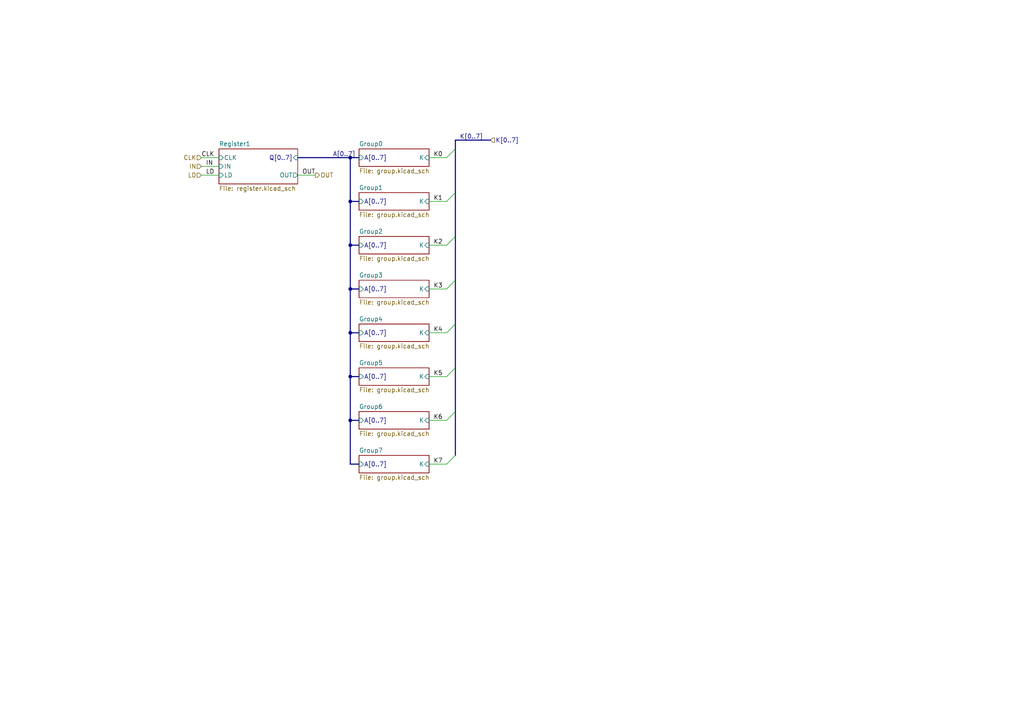
<source format=kicad_sch>
(kicad_sch
	(version 20231120)
	(generator "eeschema")
	(generator_version "8.0")
	(uuid "f79d38f9-9711-4e41-b80f-722e420eaa3e")
	(paper "A4")
	(lib_symbols)
	(junction
		(at 101.6 83.82)
		(diameter 0)
		(color 0 0 0 0)
		(uuid "16630f89-d841-4b66-aeb8-dd6ffe7b5987")
	)
	(junction
		(at 101.6 96.52)
		(diameter 0)
		(color 0 0 0 0)
		(uuid "346dffc5-48ae-4121-a867-7772cb98d5f9")
	)
	(junction
		(at 101.6 58.42)
		(diameter 0)
		(color 0 0 0 0)
		(uuid "40d678fb-2cf6-4e46-b568-4367b591467b")
	)
	(junction
		(at 101.6 121.92)
		(diameter 0)
		(color 0 0 0 0)
		(uuid "4b0c6468-53b1-4ea0-b28a-ae4fe68c1f2e")
	)
	(junction
		(at 101.6 109.22)
		(diameter 0)
		(color 0 0 0 0)
		(uuid "8178afc6-8af2-4404-9e95-c9aa37203420")
	)
	(junction
		(at 101.6 71.12)
		(diameter 0)
		(color 0 0 0 0)
		(uuid "81bd2ec3-9c46-4e51-b0d3-6aa2c7819741")
	)
	(junction
		(at 101.6 45.72)
		(diameter 0)
		(color 0 0 0 0)
		(uuid "b1978ca9-6388-4f09-bc8a-da26df096696")
	)
	(bus_entry
		(at 129.54 134.62)
		(size 2.54 -2.54)
		(stroke
			(width 0)
			(type default)
		)
		(uuid "11778279-9c70-45fe-b284-cb6f82475c60")
	)
	(bus_entry
		(at 129.54 45.72)
		(size 2.54 -2.54)
		(stroke
			(width 0)
			(type default)
		)
		(uuid "24e9b066-7774-49b6-a208-3bf7c51c30e5")
	)
	(bus_entry
		(at 129.54 71.12)
		(size 2.54 -2.54)
		(stroke
			(width 0)
			(type default)
		)
		(uuid "35812b06-9f85-4d63-b1e7-37d701d1a17c")
	)
	(bus_entry
		(at 129.54 109.22)
		(size 2.54 -2.54)
		(stroke
			(width 0)
			(type default)
		)
		(uuid "67f36744-03b7-422f-9c52-b4cece322197")
	)
	(bus_entry
		(at 129.54 58.42)
		(size 2.54 -2.54)
		(stroke
			(width 0)
			(type default)
		)
		(uuid "802ec604-595e-47f3-9b34-a6c717cc8577")
	)
	(bus_entry
		(at 129.54 83.82)
		(size 2.54 -2.54)
		(stroke
			(width 0)
			(type default)
		)
		(uuid "acfa8970-1cfe-4d53-9a8d-f2dab15e0c70")
	)
	(bus_entry
		(at 129.54 121.92)
		(size 2.54 -2.54)
		(stroke
			(width 0)
			(type default)
		)
		(uuid "c3f84b76-190a-4220-b224-6e4e4c9935a6")
	)
	(bus_entry
		(at 129.54 96.52)
		(size 2.54 -2.54)
		(stroke
			(width 0)
			(type default)
		)
		(uuid "c7a8a51b-cfeb-4837-809d-1c7ba633b580")
	)
	(bus
		(pts
			(xy 132.08 43.18) (xy 132.08 55.88)
		)
		(stroke
			(width 0)
			(type default)
		)
		(uuid "041bee32-35c4-4ea0-bff1-fc40942d7d28")
	)
	(bus
		(pts
			(xy 101.6 121.92) (xy 101.6 109.22)
		)
		(stroke
			(width 0)
			(type default)
		)
		(uuid "04773180-8ae2-4661-8de6-0b429b5f1c79")
	)
	(bus
		(pts
			(xy 101.6 71.12) (xy 101.6 58.42)
		)
		(stroke
			(width 0)
			(type default)
		)
		(uuid "1a869a92-6817-4d94-b414-b0f7f9a99785")
	)
	(bus
		(pts
			(xy 132.08 40.64) (xy 142.24 40.64)
		)
		(stroke
			(width 0)
			(type default)
		)
		(uuid "2bd5eede-6c5e-4931-a975-f86b48f454a9")
	)
	(wire
		(pts
			(xy 58.42 45.72) (xy 63.5 45.72)
		)
		(stroke
			(width 0)
			(type default)
		)
		(uuid "2e27668e-bdf4-41d3-847a-732a5c1f0871")
	)
	(bus
		(pts
			(xy 101.6 96.52) (xy 104.14 96.52)
		)
		(stroke
			(width 0)
			(type default)
		)
		(uuid "34a5fd9d-f80b-4231-899a-50a61fb93842")
	)
	(bus
		(pts
			(xy 132.08 93.98) (xy 132.08 106.68)
		)
		(stroke
			(width 0)
			(type default)
		)
		(uuid "400fa547-52d5-415a-b828-4fc6fa95d01d")
	)
	(bus
		(pts
			(xy 132.08 81.28) (xy 132.08 93.98)
		)
		(stroke
			(width 0)
			(type default)
		)
		(uuid "40966ff7-2175-4f0b-ac58-3d7c11ea74e0")
	)
	(wire
		(pts
			(xy 124.46 121.92) (xy 129.54 121.92)
		)
		(stroke
			(width 0)
			(type default)
		)
		(uuid "465f09fc-cd25-4f69-ac68-d1f08d3e2dbc")
	)
	(wire
		(pts
			(xy 86.36 50.8) (xy 91.44 50.8)
		)
		(stroke
			(width 0)
			(type default)
		)
		(uuid "469de00e-6885-4569-84a3-48c0e44474b7")
	)
	(bus
		(pts
			(xy 101.6 45.72) (xy 104.14 45.72)
		)
		(stroke
			(width 0)
			(type default)
		)
		(uuid "590fb567-b674-4d93-ad10-9f14fc6f66c5")
	)
	(wire
		(pts
			(xy 124.46 58.42) (xy 129.54 58.42)
		)
		(stroke
			(width 0)
			(type default)
		)
		(uuid "66249e4f-df16-4ab2-9517-0759d86581d2")
	)
	(bus
		(pts
			(xy 101.6 83.82) (xy 101.6 71.12)
		)
		(stroke
			(width 0)
			(type default)
		)
		(uuid "68f426a4-fb07-4cca-ad30-e8f5c5305c27")
	)
	(wire
		(pts
			(xy 124.46 71.12) (xy 129.54 71.12)
		)
		(stroke
			(width 0)
			(type default)
		)
		(uuid "6f0a9849-6c69-45cd-a588-8d127a6bb87d")
	)
	(wire
		(pts
			(xy 124.46 134.62) (xy 129.54 134.62)
		)
		(stroke
			(width 0)
			(type default)
		)
		(uuid "7125c202-a9dc-4de7-a873-86202fd2a3e6")
	)
	(bus
		(pts
			(xy 101.6 96.52) (xy 101.6 83.82)
		)
		(stroke
			(width 0)
			(type default)
		)
		(uuid "7ce76289-a5b6-4960-b105-2cf4fe14c8c8")
	)
	(bus
		(pts
			(xy 101.6 109.22) (xy 104.14 109.22)
		)
		(stroke
			(width 0)
			(type default)
		)
		(uuid "7f28b8e1-d5ef-44f2-a534-b52f76409e45")
	)
	(wire
		(pts
			(xy 58.42 50.8) (xy 63.5 50.8)
		)
		(stroke
			(width 0)
			(type default)
		)
		(uuid "806b6dbd-f420-402b-aae6-10ec75481aa0")
	)
	(bus
		(pts
			(xy 132.08 68.58) (xy 132.08 81.28)
		)
		(stroke
			(width 0)
			(type default)
		)
		(uuid "85b60dad-4e97-4dc5-ba84-f2d64ce29eb2")
	)
	(bus
		(pts
			(xy 101.6 58.42) (xy 104.14 58.42)
		)
		(stroke
			(width 0)
			(type default)
		)
		(uuid "884a3bda-5808-4323-b4fa-0e5df5763010")
	)
	(bus
		(pts
			(xy 101.6 71.12) (xy 104.14 71.12)
		)
		(stroke
			(width 0)
			(type default)
		)
		(uuid "93170447-3454-4cfa-ab15-665a4eb63190")
	)
	(bus
		(pts
			(xy 101.6 58.42) (xy 101.6 45.72)
		)
		(stroke
			(width 0)
			(type default)
		)
		(uuid "9365ddc9-163e-4949-b2ce-f457e814f64e")
	)
	(bus
		(pts
			(xy 101.6 83.82) (xy 104.14 83.82)
		)
		(stroke
			(width 0)
			(type default)
		)
		(uuid "9c85143c-9e51-47e1-9dee-c1aaf006eda5")
	)
	(bus
		(pts
			(xy 132.08 43.18) (xy 132.08 40.64)
		)
		(stroke
			(width 0)
			(type default)
		)
		(uuid "a0c03853-ce55-40bf-bd8b-e358172349ba")
	)
	(bus
		(pts
			(xy 132.08 119.38) (xy 132.08 132.08)
		)
		(stroke
			(width 0)
			(type default)
		)
		(uuid "a1536f08-9577-439e-9fdb-97db5f1aab1e")
	)
	(bus
		(pts
			(xy 132.08 55.88) (xy 132.08 68.58)
		)
		(stroke
			(width 0)
			(type default)
		)
		(uuid "a27fd28c-a2c3-41cd-86a9-7ab76871fca9")
	)
	(wire
		(pts
			(xy 58.42 48.26) (xy 63.5 48.26)
		)
		(stroke
			(width 0)
			(type default)
		)
		(uuid "aaeb6a7c-9aa5-4441-ad47-ee988e9499b9")
	)
	(wire
		(pts
			(xy 124.46 83.82) (xy 129.54 83.82)
		)
		(stroke
			(width 0)
			(type default)
		)
		(uuid "bbd53bb6-0ba0-4171-bd6f-98345e23a2e0")
	)
	(wire
		(pts
			(xy 124.46 45.72) (xy 129.54 45.72)
		)
		(stroke
			(width 0)
			(type default)
		)
		(uuid "c0be3a87-b6a9-4e61-af79-f599f53c5b0d")
	)
	(bus
		(pts
			(xy 132.08 106.68) (xy 132.08 119.38)
		)
		(stroke
			(width 0)
			(type default)
		)
		(uuid "c1f86d0d-8c26-4ff4-b568-452f9f0f56e6")
	)
	(bus
		(pts
			(xy 101.6 134.62) (xy 104.14 134.62)
		)
		(stroke
			(width 0)
			(type default)
		)
		(uuid "c9bf1c2d-43b9-4847-9e6a-8b3267e025f2")
	)
	(wire
		(pts
			(xy 124.46 109.22) (xy 129.54 109.22)
		)
		(stroke
			(width 0)
			(type default)
		)
		(uuid "cdf82801-d9e6-46d9-89b6-1373e2818d28")
	)
	(bus
		(pts
			(xy 101.6 121.92) (xy 101.6 134.62)
		)
		(stroke
			(width 0)
			(type default)
		)
		(uuid "e00fcb4e-2918-48b0-a2ea-ac642fefad47")
	)
	(bus
		(pts
			(xy 86.36 45.72) (xy 101.6 45.72)
		)
		(stroke
			(width 0)
			(type default)
		)
		(uuid "e7093af5-7833-418e-a63f-3c8e0e5ba50b")
	)
	(wire
		(pts
			(xy 124.46 96.52) (xy 129.54 96.52)
		)
		(stroke
			(width 0)
			(type default)
		)
		(uuid "f692e351-5f70-4a5e-b540-dde86666d1b4")
	)
	(bus
		(pts
			(xy 104.14 121.92) (xy 101.6 121.92)
		)
		(stroke
			(width 0)
			(type default)
		)
		(uuid "f9fad767-480b-4520-8317-187f43ef5525")
	)
	(bus
		(pts
			(xy 101.6 109.22) (xy 101.6 96.52)
		)
		(stroke
			(width 0)
			(type default)
		)
		(uuid "fb6df8b9-1d6f-41ee-8d11-b7abdd9641e8")
	)
	(label "IN"
		(at 59.69 48.26 0)
		(fields_autoplaced yes)
		(effects
			(font
				(size 1.27 1.27)
			)
			(justify left bottom)
		)
		(uuid "06f93890-9c05-4252-9bb3-fbef2f0c64bd")
	)
	(label "K4"
		(at 125.73 96.52 0)
		(fields_autoplaced yes)
		(effects
			(font
				(size 1.27 1.27)
			)
			(justify left bottom)
		)
		(uuid "1aa13b7f-97d7-44a5-8c1e-24ddd7a27174")
	)
	(label "K3"
		(at 125.73 83.82 0)
		(fields_autoplaced yes)
		(effects
			(font
				(size 1.27 1.27)
			)
			(justify left bottom)
		)
		(uuid "30169f58-b147-486c-bbd0-43a3f6279a33")
	)
	(label "K5"
		(at 125.73 109.22 0)
		(fields_autoplaced yes)
		(effects
			(font
				(size 1.27 1.27)
			)
			(justify left bottom)
		)
		(uuid "3e2e165b-2125-4105-a55b-1113c9089e67")
	)
	(label "K1"
		(at 125.73 58.42 0)
		(fields_autoplaced yes)
		(effects
			(font
				(size 1.27 1.27)
			)
			(justify left bottom)
		)
		(uuid "65852440-a502-4481-aa3f-e8b436725c46")
	)
	(label "LD"
		(at 59.69 50.8 0)
		(fields_autoplaced yes)
		(effects
			(font
				(size 1.27 1.27)
			)
			(justify left bottom)
		)
		(uuid "696439e5-4aea-4f31-9c45-013ee6ddcfe1")
	)
	(label "CLK"
		(at 58.42 45.72 0)
		(fields_autoplaced yes)
		(effects
			(font
				(size 1.27 1.27)
			)
			(justify left bottom)
		)
		(uuid "97811b50-42ba-4c5b-b317-339443cb57cb")
	)
	(label "K[0..7]"
		(at 133.35 40.64 0)
		(fields_autoplaced yes)
		(effects
			(font
				(size 1.27 1.27)
			)
			(justify left bottom)
		)
		(uuid "ab31f57b-498f-4133-a3af-612ce87e5302")
	)
	(label "K7"
		(at 125.73 134.62 0)
		(fields_autoplaced yes)
		(effects
			(font
				(size 1.27 1.27)
			)
			(justify left bottom)
		)
		(uuid "b0887e3f-2ecc-4df3-a031-c69b6d021e1a")
	)
	(label "K6"
		(at 125.73 121.92 0)
		(fields_autoplaced yes)
		(effects
			(font
				(size 1.27 1.27)
			)
			(justify left bottom)
		)
		(uuid "b61d32c0-0d54-4510-99a5-73a6bc6a3fcc")
	)
	(label "K0"
		(at 125.73 45.72 0)
		(fields_autoplaced yes)
		(effects
			(font
				(size 1.27 1.27)
			)
			(justify left bottom)
		)
		(uuid "cd1d15b8-34e1-4f5c-b233-d0d9602759fd")
	)
	(label "K2"
		(at 125.73 71.12 0)
		(fields_autoplaced yes)
		(effects
			(font
				(size 1.27 1.27)
			)
			(justify left bottom)
		)
		(uuid "ebd82184-f269-4e2f-85c3-20910c5db051")
	)
	(label "A[0..7]"
		(at 96.52 45.72 0)
		(fields_autoplaced yes)
		(effects
			(font
				(size 1.27 1.27)
			)
			(justify left bottom)
		)
		(uuid "ed793dbd-48c8-4c33-bf1b-faf6cc8dcdc0")
	)
	(label "OUT"
		(at 87.63 50.8 0)
		(fields_autoplaced yes)
		(effects
			(font
				(size 1.27 1.27)
			)
			(justify left bottom)
		)
		(uuid "fea08ae6-b50b-4d56-946f-0182679b9047")
	)
	(hierarchical_label "OUT"
		(shape output)
		(at 91.44 50.8 0)
		(fields_autoplaced yes)
		(effects
			(font
				(size 1.27 1.27)
			)
			(justify left)
		)
		(uuid "06ec84df-1e49-4df2-a46a-60e6a70146f0")
	)
	(hierarchical_label "IN"
		(shape input)
		(at 58.42 48.26 180)
		(fields_autoplaced yes)
		(effects
			(font
				(size 1.27 1.27)
			)
			(justify right)
		)
		(uuid "4dedbef5-f2c5-4717-9cdc-9ad3ebf3e404")
	)
	(hierarchical_label "CLK"
		(shape input)
		(at 58.42 45.72 180)
		(fields_autoplaced yes)
		(effects
			(font
				(size 1.27 1.27)
			)
			(justify right)
		)
		(uuid "96409cf6-cc24-46a4-b08a-e53de285867e")
	)
	(hierarchical_label "K[0..7]"
		(shape input)
		(at 142.24 40.64 0)
		(fields_autoplaced yes)
		(effects
			(font
				(size 1.27 1.27)
			)
			(justify left)
		)
		(uuid "c72b9f64-ba25-4775-9f99-4f6e411276fc")
	)
	(hierarchical_label "LD"
		(shape input)
		(at 58.42 50.8 180)
		(fields_autoplaced yes)
		(effects
			(font
				(size 1.27 1.27)
			)
			(justify right)
		)
		(uuid "de8a596d-b678-45dd-a693-15175d1b4a44")
	)
	(sheet
		(at 104.14 55.88)
		(size 20.32 5.08)
		(fields_autoplaced yes)
		(stroke
			(width 0.1524)
			(type solid)
		)
		(fill
			(color 0 0 0 0.0000)
		)
		(uuid "08a74aa3-2483-4b72-b1a5-d5a16c0009f0")
		(property "Sheetname" "Group1"
			(at 104.14 55.1684 0)
			(effects
				(font
					(size 1.27 1.27)
				)
				(justify left bottom)
			)
		)
		(property "Sheetfile" "group.kicad_sch"
			(at 104.14 61.5446 0)
			(effects
				(font
					(size 1.27 1.27)
				)
				(justify left top)
			)
		)
		(pin "A[0..7]" input
			(at 104.14 58.42 180)
			(effects
				(font
					(size 1.27 1.27)
				)
				(justify left)
			)
			(uuid "80b8a61a-b787-418d-973c-47e7cc67ca96")
		)
		(pin "K" input
			(at 124.46 58.42 0)
			(effects
				(font
					(size 1.27 1.27)
				)
				(justify right)
			)
			(uuid "b6d6eda4-760b-47f1-8e49-a1b0e1b180f6")
		)
		(instances
			(project "led-display"
				(path "/b91428f0-b0b0-40b6-a29d-063fba957930/a6726b4b-c980-4fa5-b411-59c2a05280ea"
					(page "5")
				)
				(path "/b91428f0-b0b0-40b6-a29d-063fba957930/b39727d4-516c-47a8-bb76-9ff293b0382e"
					(page "15")
				)
				(path "/b91428f0-b0b0-40b6-a29d-063fba957930/7d398bf3-d589-449c-8ace-0fc248aa8aad"
					(page "25")
				)
				(path "/b91428f0-b0b0-40b6-a29d-063fba957930/4d7dc1a6-b351-4f65-8aef-a7839bb0ee3f"
					(page "35")
				)
				(path "/b91428f0-b0b0-40b6-a29d-063fba957930/eaf29041-4bf8-4b91-9273-80e05423798b"
					(page "45")
				)
				(path "/b91428f0-b0b0-40b6-a29d-063fba957930/17199750-5784-4728-bd2d-81aaeb27888e"
					(page "55")
				)
				(path "/b91428f0-b0b0-40b6-a29d-063fba957930/efad9cd9-62cb-452b-940c-6a9f151332d4"
					(page "65")
				)
				(path "/b91428f0-b0b0-40b6-a29d-063fba957930/a53b6c60-400e-449c-a892-6fe41104bd53"
					(page "75")
				)
				(path "/b91428f0-b0b0-40b6-a29d-063fba957930/be9dd075-07f8-46fe-b693-dc70346822e6"
					(page "85")
				)
				(path "/b91428f0-b0b0-40b6-a29d-063fba957930/9d354d0c-17ee-434c-a70e-9bad5ceb5347"
					(page "95")
				)
				(path "/b91428f0-b0b0-40b6-a29d-063fba957930/aa772071-f868-41ef-82cb-2d20a0bb8575"
					(page "105")
				)
				(path "/b91428f0-b0b0-40b6-a29d-063fba957930/e9aa3a3f-9a91-43a8-afc5-e720b906dbc8"
					(page "115")
				)
				(path "/b91428f0-b0b0-40b6-a29d-063fba957930/47821982-a7d9-47b4-b927-43ee5b21c8a3"
					(page "125")
				)
				(path "/b91428f0-b0b0-40b6-a29d-063fba957930/2cb6bc71-1a18-4c24-bf1a-b7b69aecbf4c"
					(page "135")
				)
				(path "/b91428f0-b0b0-40b6-a29d-063fba957930/9bc2e04e-cceb-4ead-be3f-01d7b6587d28"
					(page "145")
				)
				(path "/b91428f0-b0b0-40b6-a29d-063fba957930/fad92e88-bcf9-47e3-8b16-5815fd14eeee"
					(page "155")
				)
			)
		)
	)
	(sheet
		(at 104.14 119.38)
		(size 20.32 5.08)
		(fields_autoplaced yes)
		(stroke
			(width 0.1524)
			(type solid)
		)
		(fill
			(color 0 0 0 0.0000)
		)
		(uuid "26febd36-4e09-455f-98a5-910ab652bf41")
		(property "Sheetname" "Group6"
			(at 104.14 118.6684 0)
			(effects
				(font
					(size 1.27 1.27)
				)
				(justify left bottom)
			)
		)
		(property "Sheetfile" "group.kicad_sch"
			(at 104.14 125.0446 0)
			(effects
				(font
					(size 1.27 1.27)
				)
				(justify left top)
			)
		)
		(pin "A[0..7]" input
			(at 104.14 121.92 180)
			(effects
				(font
					(size 1.27 1.27)
				)
				(justify left)
			)
			(uuid "2326b8dd-7ada-45a7-a28c-bd830e7d7cca")
		)
		(pin "K" input
			(at 124.46 121.92 0)
			(effects
				(font
					(size 1.27 1.27)
				)
				(justify right)
			)
			(uuid "a763fa4e-9f20-439e-94c3-2eec2a8798db")
		)
		(instances
			(project "led-display"
				(path "/b91428f0-b0b0-40b6-a29d-063fba957930/a6726b4b-c980-4fa5-b411-59c2a05280ea"
					(page "8")
				)
				(path "/b91428f0-b0b0-40b6-a29d-063fba957930/b39727d4-516c-47a8-bb76-9ff293b0382e"
					(page "18")
				)
				(path "/b91428f0-b0b0-40b6-a29d-063fba957930/7d398bf3-d589-449c-8ace-0fc248aa8aad"
					(page "28")
				)
				(path "/b91428f0-b0b0-40b6-a29d-063fba957930/4d7dc1a6-b351-4f65-8aef-a7839bb0ee3f"
					(page "38")
				)
				(path "/b91428f0-b0b0-40b6-a29d-063fba957930/eaf29041-4bf8-4b91-9273-80e05423798b"
					(page "48")
				)
				(path "/b91428f0-b0b0-40b6-a29d-063fba957930/17199750-5784-4728-bd2d-81aaeb27888e"
					(page "58")
				)
				(path "/b91428f0-b0b0-40b6-a29d-063fba957930/efad9cd9-62cb-452b-940c-6a9f151332d4"
					(page "68")
				)
				(path "/b91428f0-b0b0-40b6-a29d-063fba957930/a53b6c60-400e-449c-a892-6fe41104bd53"
					(page "78")
				)
				(path "/b91428f0-b0b0-40b6-a29d-063fba957930/be9dd075-07f8-46fe-b693-dc70346822e6"
					(page "88")
				)
				(path "/b91428f0-b0b0-40b6-a29d-063fba957930/9d354d0c-17ee-434c-a70e-9bad5ceb5347"
					(page "98")
				)
				(path "/b91428f0-b0b0-40b6-a29d-063fba957930/aa772071-f868-41ef-82cb-2d20a0bb8575"
					(page "108")
				)
				(path "/b91428f0-b0b0-40b6-a29d-063fba957930/e9aa3a3f-9a91-43a8-afc5-e720b906dbc8"
					(page "118")
				)
				(path "/b91428f0-b0b0-40b6-a29d-063fba957930/47821982-a7d9-47b4-b927-43ee5b21c8a3"
					(page "128")
				)
				(path "/b91428f0-b0b0-40b6-a29d-063fba957930/2cb6bc71-1a18-4c24-bf1a-b7b69aecbf4c"
					(page "138")
				)
				(path "/b91428f0-b0b0-40b6-a29d-063fba957930/9bc2e04e-cceb-4ead-be3f-01d7b6587d28"
					(page "148")
				)
				(path "/b91428f0-b0b0-40b6-a29d-063fba957930/fad92e88-bcf9-47e3-8b16-5815fd14eeee"
					(page "158")
				)
			)
		)
	)
	(sheet
		(at 104.14 68.58)
		(size 20.32 5.08)
		(fields_autoplaced yes)
		(stroke
			(width 0.1524)
			(type solid)
		)
		(fill
			(color 0 0 0 0.0000)
		)
		(uuid "6b1d6236-b091-4480-be88-43da8df282bc")
		(property "Sheetname" "Group2"
			(at 104.14 67.8684 0)
			(effects
				(font
					(size 1.27 1.27)
				)
				(justify left bottom)
			)
		)
		(property "Sheetfile" "group.kicad_sch"
			(at 104.14 74.2446 0)
			(effects
				(font
					(size 1.27 1.27)
				)
				(justify left top)
			)
		)
		(pin "A[0..7]" input
			(at 104.14 71.12 180)
			(effects
				(font
					(size 1.27 1.27)
				)
				(justify left)
			)
			(uuid "b9bda0bf-624d-4b35-90bd-597d98c4fb59")
		)
		(pin "K" input
			(at 124.46 71.12 0)
			(effects
				(font
					(size 1.27 1.27)
				)
				(justify right)
			)
			(uuid "c0d48380-fe24-4d35-a019-4f9b092f9664")
		)
		(instances
			(project "led-display"
				(path "/b91428f0-b0b0-40b6-a29d-063fba957930/a6726b4b-c980-4fa5-b411-59c2a05280ea"
					(page "3")
				)
				(path "/b91428f0-b0b0-40b6-a29d-063fba957930/b39727d4-516c-47a8-bb76-9ff293b0382e"
					(page "13")
				)
				(path "/b91428f0-b0b0-40b6-a29d-063fba957930/7d398bf3-d589-449c-8ace-0fc248aa8aad"
					(page "23")
				)
				(path "/b91428f0-b0b0-40b6-a29d-063fba957930/4d7dc1a6-b351-4f65-8aef-a7839bb0ee3f"
					(page "33")
				)
				(path "/b91428f0-b0b0-40b6-a29d-063fba957930/eaf29041-4bf8-4b91-9273-80e05423798b"
					(page "43")
				)
				(path "/b91428f0-b0b0-40b6-a29d-063fba957930/17199750-5784-4728-bd2d-81aaeb27888e"
					(page "53")
				)
				(path "/b91428f0-b0b0-40b6-a29d-063fba957930/efad9cd9-62cb-452b-940c-6a9f151332d4"
					(page "63")
				)
				(path "/b91428f0-b0b0-40b6-a29d-063fba957930/a53b6c60-400e-449c-a892-6fe41104bd53"
					(page "73")
				)
				(path "/b91428f0-b0b0-40b6-a29d-063fba957930/be9dd075-07f8-46fe-b693-dc70346822e6"
					(page "83")
				)
				(path "/b91428f0-b0b0-40b6-a29d-063fba957930/9d354d0c-17ee-434c-a70e-9bad5ceb5347"
					(page "93")
				)
				(path "/b91428f0-b0b0-40b6-a29d-063fba957930/aa772071-f868-41ef-82cb-2d20a0bb8575"
					(page "103")
				)
				(path "/b91428f0-b0b0-40b6-a29d-063fba957930/e9aa3a3f-9a91-43a8-afc5-e720b906dbc8"
					(page "113")
				)
				(path "/b91428f0-b0b0-40b6-a29d-063fba957930/47821982-a7d9-47b4-b927-43ee5b21c8a3"
					(page "123")
				)
				(path "/b91428f0-b0b0-40b6-a29d-063fba957930/2cb6bc71-1a18-4c24-bf1a-b7b69aecbf4c"
					(page "133")
				)
				(path "/b91428f0-b0b0-40b6-a29d-063fba957930/9bc2e04e-cceb-4ead-be3f-01d7b6587d28"
					(page "143")
				)
				(path "/b91428f0-b0b0-40b6-a29d-063fba957930/fad92e88-bcf9-47e3-8b16-5815fd14eeee"
					(page "153")
				)
			)
		)
	)
	(sheet
		(at 104.14 81.28)
		(size 20.32 5.08)
		(fields_autoplaced yes)
		(stroke
			(width 0.1524)
			(type solid)
		)
		(fill
			(color 0 0 0 0.0000)
		)
		(uuid "71b4e032-6103-485f-af31-a745538ccbeb")
		(property "Sheetname" "Group3"
			(at 104.14 80.5684 0)
			(effects
				(font
					(size 1.27 1.27)
				)
				(justify left bottom)
			)
		)
		(property "Sheetfile" "group.kicad_sch"
			(at 104.14 86.9446 0)
			(effects
				(font
					(size 1.27 1.27)
				)
				(justify left top)
			)
		)
		(pin "A[0..7]" input
			(at 104.14 83.82 180)
			(effects
				(font
					(size 1.27 1.27)
				)
				(justify left)
			)
			(uuid "4e70afdd-6ac1-46d5-960c-57beac8f9f4b")
		)
		(pin "K" input
			(at 124.46 83.82 0)
			(effects
				(font
					(size 1.27 1.27)
				)
				(justify right)
			)
			(uuid "0aa93e6e-df06-4a3b-a37e-accd66741ccd")
		)
		(instances
			(project "led-display"
				(path "/b91428f0-b0b0-40b6-a29d-063fba957930/a6726b4b-c980-4fa5-b411-59c2a05280ea"
					(page "11")
				)
				(path "/b91428f0-b0b0-40b6-a29d-063fba957930/b39727d4-516c-47a8-bb76-9ff293b0382e"
					(page "21")
				)
				(path "/b91428f0-b0b0-40b6-a29d-063fba957930/7d398bf3-d589-449c-8ace-0fc248aa8aad"
					(page "31")
				)
				(path "/b91428f0-b0b0-40b6-a29d-063fba957930/4d7dc1a6-b351-4f65-8aef-a7839bb0ee3f"
					(page "41")
				)
				(path "/b91428f0-b0b0-40b6-a29d-063fba957930/eaf29041-4bf8-4b91-9273-80e05423798b"
					(page "51")
				)
				(path "/b91428f0-b0b0-40b6-a29d-063fba957930/17199750-5784-4728-bd2d-81aaeb27888e"
					(page "61")
				)
				(path "/b91428f0-b0b0-40b6-a29d-063fba957930/efad9cd9-62cb-452b-940c-6a9f151332d4"
					(page "71")
				)
				(path "/b91428f0-b0b0-40b6-a29d-063fba957930/a53b6c60-400e-449c-a892-6fe41104bd53"
					(page "81")
				)
				(path "/b91428f0-b0b0-40b6-a29d-063fba957930/be9dd075-07f8-46fe-b693-dc70346822e6"
					(page "91")
				)
				(path "/b91428f0-b0b0-40b6-a29d-063fba957930/9d354d0c-17ee-434c-a70e-9bad5ceb5347"
					(page "101")
				)
				(path "/b91428f0-b0b0-40b6-a29d-063fba957930/aa772071-f868-41ef-82cb-2d20a0bb8575"
					(page "111")
				)
				(path "/b91428f0-b0b0-40b6-a29d-063fba957930/e9aa3a3f-9a91-43a8-afc5-e720b906dbc8"
					(page "121")
				)
				(path "/b91428f0-b0b0-40b6-a29d-063fba957930/47821982-a7d9-47b4-b927-43ee5b21c8a3"
					(page "131")
				)
				(path "/b91428f0-b0b0-40b6-a29d-063fba957930/2cb6bc71-1a18-4c24-bf1a-b7b69aecbf4c"
					(page "141")
				)
				(path "/b91428f0-b0b0-40b6-a29d-063fba957930/9bc2e04e-cceb-4ead-be3f-01d7b6587d28"
					(page "151")
				)
				(path "/b91428f0-b0b0-40b6-a29d-063fba957930/fad92e88-bcf9-47e3-8b16-5815fd14eeee"
					(page "161")
				)
			)
		)
	)
	(sheet
		(at 63.5 43.18)
		(size 22.86 10.16)
		(fields_autoplaced yes)
		(stroke
			(width 0.1524)
			(type solid)
		)
		(fill
			(color 0 0 0 0.0000)
		)
		(uuid "87b35d29-e274-4fe7-9461-1dc8643ec6be")
		(property "Sheetname" "Register1"
			(at 63.5 42.4684 0)
			(effects
				(font
					(size 1.27 1.27)
				)
				(justify left bottom)
			)
		)
		(property "Sheetfile" "register.kicad_sch"
			(at 63.5 53.9246 0)
			(effects
				(font
					(size 1.27 1.27)
				)
				(justify left top)
			)
		)
		(pin "Q[0..7]" input
			(at 86.36 45.72 0)
			(effects
				(font
					(size 1.27 1.27)
				)
				(justify right)
			)
			(uuid "ef9f842f-81e3-48b6-b8d7-553dd5c034ee")
		)
		(pin "LD" input
			(at 63.5 50.8 180)
			(effects
				(font
					(size 1.27 1.27)
				)
				(justify left)
			)
			(uuid "4ca94cf2-7faf-4041-8743-24835eb29dac")
		)
		(pin "IN" input
			(at 63.5 48.26 180)
			(effects
				(font
					(size 1.27 1.27)
				)
				(justify left)
			)
			(uuid "d1426451-cad5-4969-8d1f-6e1659e2f114")
		)
		(pin "CLK" input
			(at 63.5 45.72 180)
			(effects
				(font
					(size 1.27 1.27)
				)
				(justify left)
			)
			(uuid "f3feb429-ae95-476b-bc7e-355c5780e9f8")
		)
		(pin "OUT" output
			(at 86.36 50.8 0)
			(effects
				(font
					(size 1.27 1.27)
				)
				(justify right)
			)
			(uuid "685c7768-8881-4ef4-bad7-778582cf5e38")
		)
		(instances
			(project "led-display"
				(path "/b91428f0-b0b0-40b6-a29d-063fba957930/a6726b4b-c980-4fa5-b411-59c2a05280ea"
					(page "6")
				)
				(path "/b91428f0-b0b0-40b6-a29d-063fba957930/b39727d4-516c-47a8-bb76-9ff293b0382e"
					(page "16")
				)
				(path "/b91428f0-b0b0-40b6-a29d-063fba957930/7d398bf3-d589-449c-8ace-0fc248aa8aad"
					(page "26")
				)
				(path "/b91428f0-b0b0-40b6-a29d-063fba957930/4d7dc1a6-b351-4f65-8aef-a7839bb0ee3f"
					(page "36")
				)
				(path "/b91428f0-b0b0-40b6-a29d-063fba957930/eaf29041-4bf8-4b91-9273-80e05423798b"
					(page "46")
				)
				(path "/b91428f0-b0b0-40b6-a29d-063fba957930/17199750-5784-4728-bd2d-81aaeb27888e"
					(page "56")
				)
				(path "/b91428f0-b0b0-40b6-a29d-063fba957930/efad9cd9-62cb-452b-940c-6a9f151332d4"
					(page "66")
				)
				(path "/b91428f0-b0b0-40b6-a29d-063fba957930/a53b6c60-400e-449c-a892-6fe41104bd53"
					(page "76")
				)
				(path "/b91428f0-b0b0-40b6-a29d-063fba957930/be9dd075-07f8-46fe-b693-dc70346822e6"
					(page "86")
				)
				(path "/b91428f0-b0b0-40b6-a29d-063fba957930/9d354d0c-17ee-434c-a70e-9bad5ceb5347"
					(page "96")
				)
				(path "/b91428f0-b0b0-40b6-a29d-063fba957930/aa772071-f868-41ef-82cb-2d20a0bb8575"
					(page "106")
				)
				(path "/b91428f0-b0b0-40b6-a29d-063fba957930/e9aa3a3f-9a91-43a8-afc5-e720b906dbc8"
					(page "116")
				)
				(path "/b91428f0-b0b0-40b6-a29d-063fba957930/47821982-a7d9-47b4-b927-43ee5b21c8a3"
					(page "126")
				)
				(path "/b91428f0-b0b0-40b6-a29d-063fba957930/2cb6bc71-1a18-4c24-bf1a-b7b69aecbf4c"
					(page "136")
				)
				(path "/b91428f0-b0b0-40b6-a29d-063fba957930/9bc2e04e-cceb-4ead-be3f-01d7b6587d28"
					(page "146")
				)
				(path "/b91428f0-b0b0-40b6-a29d-063fba957930/fad92e88-bcf9-47e3-8b16-5815fd14eeee"
					(page "156")
				)
			)
		)
	)
	(sheet
		(at 104.14 93.98)
		(size 20.32 5.08)
		(fields_autoplaced yes)
		(stroke
			(width 0.1524)
			(type solid)
		)
		(fill
			(color 0 0 0 0.0000)
		)
		(uuid "905804fb-2610-431d-a552-58b91dca9697")
		(property "Sheetname" "Group4"
			(at 104.14 93.2684 0)
			(effects
				(font
					(size 1.27 1.27)
				)
				(justify left bottom)
			)
		)
		(property "Sheetfile" "group.kicad_sch"
			(at 104.14 99.6446 0)
			(effects
				(font
					(size 1.27 1.27)
				)
				(justify left top)
			)
		)
		(pin "A[0..7]" input
			(at 104.14 96.52 180)
			(effects
				(font
					(size 1.27 1.27)
				)
				(justify left)
			)
			(uuid "630a8f1c-ef66-4cfd-ba00-d7d0b5108c8c")
		)
		(pin "K" input
			(at 124.46 96.52 0)
			(effects
				(font
					(size 1.27 1.27)
				)
				(justify right)
			)
			(uuid "cd80dfae-77f4-49f7-8c27-ab23ba117794")
		)
		(instances
			(project "led-display"
				(path "/b91428f0-b0b0-40b6-a29d-063fba957930/a6726b4b-c980-4fa5-b411-59c2a05280ea"
					(page "10")
				)
				(path "/b91428f0-b0b0-40b6-a29d-063fba957930/b39727d4-516c-47a8-bb76-9ff293b0382e"
					(page "20")
				)
				(path "/b91428f0-b0b0-40b6-a29d-063fba957930/7d398bf3-d589-449c-8ace-0fc248aa8aad"
					(page "30")
				)
				(path "/b91428f0-b0b0-40b6-a29d-063fba957930/4d7dc1a6-b351-4f65-8aef-a7839bb0ee3f"
					(page "40")
				)
				(path "/b91428f0-b0b0-40b6-a29d-063fba957930/eaf29041-4bf8-4b91-9273-80e05423798b"
					(page "50")
				)
				(path "/b91428f0-b0b0-40b6-a29d-063fba957930/17199750-5784-4728-bd2d-81aaeb27888e"
					(page "60")
				)
				(path "/b91428f0-b0b0-40b6-a29d-063fba957930/efad9cd9-62cb-452b-940c-6a9f151332d4"
					(page "70")
				)
				(path "/b91428f0-b0b0-40b6-a29d-063fba957930/a53b6c60-400e-449c-a892-6fe41104bd53"
					(page "80")
				)
				(path "/b91428f0-b0b0-40b6-a29d-063fba957930/be9dd075-07f8-46fe-b693-dc70346822e6"
					(page "90")
				)
				(path "/b91428f0-b0b0-40b6-a29d-063fba957930/9d354d0c-17ee-434c-a70e-9bad5ceb5347"
					(page "100")
				)
				(path "/b91428f0-b0b0-40b6-a29d-063fba957930/aa772071-f868-41ef-82cb-2d20a0bb8575"
					(page "110")
				)
				(path "/b91428f0-b0b0-40b6-a29d-063fba957930/e9aa3a3f-9a91-43a8-afc5-e720b906dbc8"
					(page "120")
				)
				(path "/b91428f0-b0b0-40b6-a29d-063fba957930/47821982-a7d9-47b4-b927-43ee5b21c8a3"
					(page "130")
				)
				(path "/b91428f0-b0b0-40b6-a29d-063fba957930/2cb6bc71-1a18-4c24-bf1a-b7b69aecbf4c"
					(page "140")
				)
				(path "/b91428f0-b0b0-40b6-a29d-063fba957930/9bc2e04e-cceb-4ead-be3f-01d7b6587d28"
					(page "150")
				)
				(path "/b91428f0-b0b0-40b6-a29d-063fba957930/fad92e88-bcf9-47e3-8b16-5815fd14eeee"
					(page "160")
				)
			)
		)
	)
	(sheet
		(at 104.14 106.68)
		(size 20.32 5.08)
		(fields_autoplaced yes)
		(stroke
			(width 0.1524)
			(type solid)
		)
		(fill
			(color 0 0 0 0.0000)
		)
		(uuid "ce74b705-ff96-441c-85a6-024645055a11")
		(property "Sheetname" "Group5"
			(at 104.14 105.9684 0)
			(effects
				(font
					(size 1.27 1.27)
				)
				(justify left bottom)
			)
		)
		(property "Sheetfile" "group.kicad_sch"
			(at 104.14 112.3446 0)
			(effects
				(font
					(size 1.27 1.27)
				)
				(justify left top)
			)
		)
		(pin "A[0..7]" input
			(at 104.14 109.22 180)
			(effects
				(font
					(size 1.27 1.27)
				)
				(justify left)
			)
			(uuid "e53067ba-705e-414b-b2bd-6d61c10735d6")
		)
		(pin "K" input
			(at 124.46 109.22 0)
			(effects
				(font
					(size 1.27 1.27)
				)
				(justify right)
			)
			(uuid "90bd5383-ce8f-43f5-8dbf-b49c2d9e8fb8")
		)
		(instances
			(project "led-display"
				(path "/b91428f0-b0b0-40b6-a29d-063fba957930/a6726b4b-c980-4fa5-b411-59c2a05280ea"
					(page "7")
				)
				(path "/b91428f0-b0b0-40b6-a29d-063fba957930/b39727d4-516c-47a8-bb76-9ff293b0382e"
					(page "17")
				)
				(path "/b91428f0-b0b0-40b6-a29d-063fba957930/7d398bf3-d589-449c-8ace-0fc248aa8aad"
					(page "27")
				)
				(path "/b91428f0-b0b0-40b6-a29d-063fba957930/4d7dc1a6-b351-4f65-8aef-a7839bb0ee3f"
					(page "37")
				)
				(path "/b91428f0-b0b0-40b6-a29d-063fba957930/eaf29041-4bf8-4b91-9273-80e05423798b"
					(page "47")
				)
				(path "/b91428f0-b0b0-40b6-a29d-063fba957930/17199750-5784-4728-bd2d-81aaeb27888e"
					(page "57")
				)
				(path "/b91428f0-b0b0-40b6-a29d-063fba957930/efad9cd9-62cb-452b-940c-6a9f151332d4"
					(page "67")
				)
				(path "/b91428f0-b0b0-40b6-a29d-063fba957930/a53b6c60-400e-449c-a892-6fe41104bd53"
					(page "77")
				)
				(path "/b91428f0-b0b0-40b6-a29d-063fba957930/be9dd075-07f8-46fe-b693-dc70346822e6"
					(page "87")
				)
				(path "/b91428f0-b0b0-40b6-a29d-063fba957930/9d354d0c-17ee-434c-a70e-9bad5ceb5347"
					(page "97")
				)
				(path "/b91428f0-b0b0-40b6-a29d-063fba957930/aa772071-f868-41ef-82cb-2d20a0bb8575"
					(page "107")
				)
				(path "/b91428f0-b0b0-40b6-a29d-063fba957930/e9aa3a3f-9a91-43a8-afc5-e720b906dbc8"
					(page "117")
				)
				(path "/b91428f0-b0b0-40b6-a29d-063fba957930/47821982-a7d9-47b4-b927-43ee5b21c8a3"
					(page "127")
				)
				(path "/b91428f0-b0b0-40b6-a29d-063fba957930/2cb6bc71-1a18-4c24-bf1a-b7b69aecbf4c"
					(page "137")
				)
				(path "/b91428f0-b0b0-40b6-a29d-063fba957930/9bc2e04e-cceb-4ead-be3f-01d7b6587d28"
					(page "147")
				)
				(path "/b91428f0-b0b0-40b6-a29d-063fba957930/fad92e88-bcf9-47e3-8b16-5815fd14eeee"
					(page "157")
				)
			)
		)
	)
	(sheet
		(at 104.14 132.08)
		(size 20.32 5.08)
		(fields_autoplaced yes)
		(stroke
			(width 0.1524)
			(type solid)
		)
		(fill
			(color 0 0 0 0.0000)
		)
		(uuid "d6a3d2df-5634-4780-bdf7-f22c90cf390b")
		(property "Sheetname" "Group7"
			(at 104.14 131.3684 0)
			(effects
				(font
					(size 1.27 1.27)
				)
				(justify left bottom)
			)
		)
		(property "Sheetfile" "group.kicad_sch"
			(at 104.14 137.7446 0)
			(effects
				(font
					(size 1.27 1.27)
				)
				(justify left top)
			)
		)
		(pin "A[0..7]" input
			(at 104.14 134.62 180)
			(effects
				(font
					(size 1.27 1.27)
				)
				(justify left)
			)
			(uuid "2ee83ea6-662d-4fcc-9fd4-7c0becf65a6d")
		)
		(pin "K" input
			(at 124.46 134.62 0)
			(effects
				(font
					(size 1.27 1.27)
				)
				(justify right)
			)
			(uuid "f829bb65-d785-4246-9083-796923c7a388")
		)
		(instances
			(project "led-display"
				(path "/b91428f0-b0b0-40b6-a29d-063fba957930/a6726b4b-c980-4fa5-b411-59c2a05280ea"
					(page "9")
				)
				(path "/b91428f0-b0b0-40b6-a29d-063fba957930/b39727d4-516c-47a8-bb76-9ff293b0382e"
					(page "19")
				)
				(path "/b91428f0-b0b0-40b6-a29d-063fba957930/7d398bf3-d589-449c-8ace-0fc248aa8aad"
					(page "29")
				)
				(path "/b91428f0-b0b0-40b6-a29d-063fba957930/4d7dc1a6-b351-4f65-8aef-a7839bb0ee3f"
					(page "39")
				)
				(path "/b91428f0-b0b0-40b6-a29d-063fba957930/eaf29041-4bf8-4b91-9273-80e05423798b"
					(page "49")
				)
				(path "/b91428f0-b0b0-40b6-a29d-063fba957930/17199750-5784-4728-bd2d-81aaeb27888e"
					(page "59")
				)
				(path "/b91428f0-b0b0-40b6-a29d-063fba957930/efad9cd9-62cb-452b-940c-6a9f151332d4"
					(page "69")
				)
				(path "/b91428f0-b0b0-40b6-a29d-063fba957930/a53b6c60-400e-449c-a892-6fe41104bd53"
					(page "79")
				)
				(path "/b91428f0-b0b0-40b6-a29d-063fba957930/be9dd075-07f8-46fe-b693-dc70346822e6"
					(page "89")
				)
				(path "/b91428f0-b0b0-40b6-a29d-063fba957930/9d354d0c-17ee-434c-a70e-9bad5ceb5347"
					(page "99")
				)
				(path "/b91428f0-b0b0-40b6-a29d-063fba957930/aa772071-f868-41ef-82cb-2d20a0bb8575"
					(page "109")
				)
				(path "/b91428f0-b0b0-40b6-a29d-063fba957930/e9aa3a3f-9a91-43a8-afc5-e720b906dbc8"
					(page "119")
				)
				(path "/b91428f0-b0b0-40b6-a29d-063fba957930/47821982-a7d9-47b4-b927-43ee5b21c8a3"
					(page "129")
				)
				(path "/b91428f0-b0b0-40b6-a29d-063fba957930/2cb6bc71-1a18-4c24-bf1a-b7b69aecbf4c"
					(page "139")
				)
				(path "/b91428f0-b0b0-40b6-a29d-063fba957930/9bc2e04e-cceb-4ead-be3f-01d7b6587d28"
					(page "149")
				)
				(path "/b91428f0-b0b0-40b6-a29d-063fba957930/fad92e88-bcf9-47e3-8b16-5815fd14eeee"
					(page "159")
				)
			)
		)
	)
	(sheet
		(at 104.14 43.18)
		(size 20.32 5.08)
		(fields_autoplaced yes)
		(stroke
			(width 0.1524)
			(type solid)
		)
		(fill
			(color 0 0 0 0.0000)
		)
		(uuid "e2c4d703-6fea-4d34-a8d5-9b6001502a36")
		(property "Sheetname" "Group0"
			(at 104.14 42.4684 0)
			(effects
				(font
					(size 1.27 1.27)
				)
				(justify left bottom)
			)
		)
		(property "Sheetfile" "group.kicad_sch"
			(at 104.14 48.8446 0)
			(effects
				(font
					(size 1.27 1.27)
				)
				(justify left top)
			)
		)
		(pin "A[0..7]" input
			(at 104.14 45.72 180)
			(effects
				(font
					(size 1.27 1.27)
				)
				(justify left)
			)
			(uuid "8df2d106-b73b-4d5d-bb75-bbaf834db2ab")
		)
		(pin "K" input
			(at 124.46 45.72 0)
			(effects
				(font
					(size 1.27 1.27)
				)
				(justify right)
			)
			(uuid "750be112-31e8-4869-b078-0a05551a8ab3")
		)
		(instances
			(project "led-display"
				(path "/b91428f0-b0b0-40b6-a29d-063fba957930/a6726b4b-c980-4fa5-b411-59c2a05280ea"
					(page "4")
				)
				(path "/b91428f0-b0b0-40b6-a29d-063fba957930/b39727d4-516c-47a8-bb76-9ff293b0382e"
					(page "14")
				)
				(path "/b91428f0-b0b0-40b6-a29d-063fba957930/7d398bf3-d589-449c-8ace-0fc248aa8aad"
					(page "24")
				)
				(path "/b91428f0-b0b0-40b6-a29d-063fba957930/4d7dc1a6-b351-4f65-8aef-a7839bb0ee3f"
					(page "34")
				)
				(path "/b91428f0-b0b0-40b6-a29d-063fba957930/eaf29041-4bf8-4b91-9273-80e05423798b"
					(page "44")
				)
				(path "/b91428f0-b0b0-40b6-a29d-063fba957930/17199750-5784-4728-bd2d-81aaeb27888e"
					(page "54")
				)
				(path "/b91428f0-b0b0-40b6-a29d-063fba957930/efad9cd9-62cb-452b-940c-6a9f151332d4"
					(page "64")
				)
				(path "/b91428f0-b0b0-40b6-a29d-063fba957930/a53b6c60-400e-449c-a892-6fe41104bd53"
					(page "74")
				)
				(path "/b91428f0-b0b0-40b6-a29d-063fba957930/be9dd075-07f8-46fe-b693-dc70346822e6"
					(page "84")
				)
				(path "/b91428f0-b0b0-40b6-a29d-063fba957930/9d354d0c-17ee-434c-a70e-9bad5ceb5347"
					(page "94")
				)
				(path "/b91428f0-b0b0-40b6-a29d-063fba957930/aa772071-f868-41ef-82cb-2d20a0bb8575"
					(page "104")
				)
				(path "/b91428f0-b0b0-40b6-a29d-063fba957930/e9aa3a3f-9a91-43a8-afc5-e720b906dbc8"
					(page "114")
				)
				(path "/b91428f0-b0b0-40b6-a29d-063fba957930/47821982-a7d9-47b4-b927-43ee5b21c8a3"
					(page "124")
				)
				(path "/b91428f0-b0b0-40b6-a29d-063fba957930/2cb6bc71-1a18-4c24-bf1a-b7b69aecbf4c"
					(page "134")
				)
				(path "/b91428f0-b0b0-40b6-a29d-063fba957930/9bc2e04e-cceb-4ead-be3f-01d7b6587d28"
					(page "144")
				)
				(path "/b91428f0-b0b0-40b6-a29d-063fba957930/fad92e88-bcf9-47e3-8b16-5815fd14eeee"
					(page "154")
				)
			)
		)
	)
)

</source>
